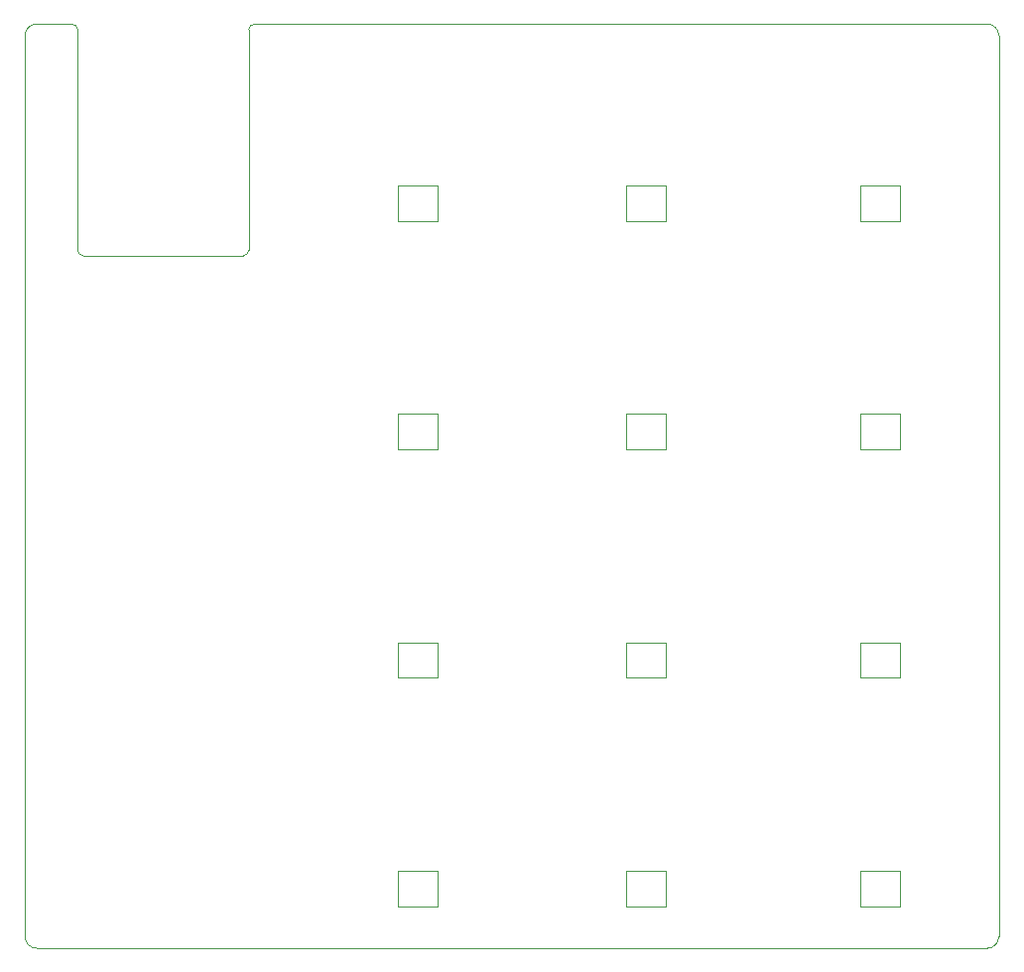
<source format=gbr>
%TF.GenerationSoftware,KiCad,Pcbnew,7.0.1-0*%
%TF.CreationDate,2023-12-29T19:29:48+00:00*%
%TF.ProjectId,3x4-macropad,3378342d-6d61-4637-926f-7061642e6b69,rev?*%
%TF.SameCoordinates,Original*%
%TF.FileFunction,Profile,NP*%
%FSLAX46Y46*%
G04 Gerber Fmt 4.6, Leading zero omitted, Abs format (unit mm)*
G04 Created by KiCad (PCBNEW 7.0.1-0) date 2023-12-29 19:29:48*
%MOMM*%
%LPD*%
G01*
G04 APERTURE LIST*
%TA.AperFunction,Profile*%
%ADD10C,0.100000*%
%TD*%
%TA.AperFunction,Profile*%
%ADD11C,0.050000*%
%TD*%
G04 APERTURE END LIST*
D10*
X132000000Y-31700000D02*
G75*
G03*
X131500000Y-31200000I-500000J0D01*
G01*
X209600000Y-110100000D02*
G75*
G03*
X210600000Y-109100000I0J1000000D01*
G01*
X127500000Y-109100000D02*
G75*
G03*
X128500000Y-110100000I1000000J0D01*
G01*
X132000000Y-50500000D02*
G75*
G03*
X132500000Y-51000000I500000J0D01*
G01*
X210600000Y-109100000D02*
X210600000Y-32200000D01*
X146100000Y-51000000D02*
G75*
G03*
X146600000Y-50500000I0J500000D01*
G01*
X209600000Y-110100000D02*
X128500000Y-110100000D01*
X127500000Y-32200000D02*
X127500000Y-109100000D01*
X128500000Y-31200000D02*
X131500000Y-31200000D01*
X146600000Y-46800000D02*
X146600000Y-50500000D01*
X132000000Y-31700000D02*
X132000000Y-46800000D01*
X209600000Y-31200000D02*
X147100000Y-31200000D01*
X128500000Y-31200000D02*
G75*
G03*
X127500000Y-32200000I0J-1000000D01*
G01*
X132000000Y-46800000D02*
X132000000Y-50500000D01*
X147100000Y-31200000D02*
G75*
G03*
X146600000Y-31700000I0J-500000D01*
G01*
X210600000Y-32200000D02*
G75*
G03*
X209600000Y-31200000I-1000000J0D01*
G01*
X146600000Y-46800000D02*
X146600000Y-31700000D01*
X132500000Y-51000000D02*
X146100000Y-51000000D01*
D11*
%TO.C,LED11*%
X182200000Y-45000000D02*
X182200000Y-48000000D01*
X178800000Y-48000000D02*
X182200000Y-48000000D01*
X178800000Y-48000000D02*
X178800000Y-45000000D01*
X178800000Y-45000000D02*
X182200000Y-45000000D01*
%TO.C,LED3*%
X202200000Y-103500000D02*
X202200000Y-106500000D01*
X198800000Y-106500000D02*
X202200000Y-106500000D01*
X198800000Y-106500000D02*
X198800000Y-103500000D01*
X198800000Y-103500000D02*
X202200000Y-103500000D01*
%TO.C,LED8*%
X182200000Y-64500000D02*
X182200000Y-67500000D01*
X178800000Y-67500000D02*
X182200000Y-67500000D01*
X178800000Y-67500000D02*
X178800000Y-64500000D01*
X178800000Y-64500000D02*
X182200000Y-64500000D01*
%TO.C,LED10*%
X202200000Y-45000000D02*
X202200000Y-48000000D01*
X198800000Y-48000000D02*
X202200000Y-48000000D01*
X198800000Y-48000000D02*
X198800000Y-45000000D01*
X198800000Y-45000000D02*
X202200000Y-45000000D01*
%TO.C,LED9*%
X202200000Y-64500000D02*
X202200000Y-67500000D01*
X198800000Y-67500000D02*
X202200000Y-67500000D01*
X198800000Y-67500000D02*
X198800000Y-64500000D01*
X198800000Y-64500000D02*
X202200000Y-64500000D01*
%TO.C,LED12*%
X162700000Y-45000000D02*
X162700000Y-48000000D01*
X159300000Y-48000000D02*
X162700000Y-48000000D01*
X159300000Y-48000000D02*
X159300000Y-45000000D01*
X159300000Y-45000000D02*
X162700000Y-45000000D01*
%TO.C,LED4*%
X202200000Y-84000000D02*
X202200000Y-87000000D01*
X198800000Y-87000000D02*
X202200000Y-87000000D01*
X198800000Y-87000000D02*
X198800000Y-84000000D01*
X198800000Y-84000000D02*
X202200000Y-84000000D01*
%TO.C,LED6*%
X162700000Y-84000000D02*
X162700000Y-87000000D01*
X159300000Y-87000000D02*
X162700000Y-87000000D01*
X159300000Y-87000000D02*
X159300000Y-84000000D01*
X159300000Y-84000000D02*
X162700000Y-84000000D01*
%TO.C,LED2*%
X182200000Y-103500000D02*
X182200000Y-106500000D01*
X178800000Y-106500000D02*
X182200000Y-106500000D01*
X178800000Y-106500000D02*
X178800000Y-103500000D01*
X178800000Y-103500000D02*
X182200000Y-103500000D01*
%TO.C,LED1*%
X162700000Y-103500000D02*
X162700000Y-106500000D01*
X159300000Y-106500000D02*
X162700000Y-106500000D01*
X159300000Y-106500000D02*
X159300000Y-103500000D01*
X159300000Y-103500000D02*
X162700000Y-103500000D01*
%TO.C,LED5*%
X182200000Y-84000000D02*
X182200000Y-87000000D01*
X178800000Y-87000000D02*
X182200000Y-87000000D01*
X178800000Y-87000000D02*
X178800000Y-84000000D01*
X178800000Y-84000000D02*
X182200000Y-84000000D01*
%TO.C,LED7*%
X162700000Y-64500000D02*
X162700000Y-67500000D01*
X159300000Y-67500000D02*
X162700000Y-67500000D01*
X159300000Y-67500000D02*
X159300000Y-64500000D01*
X159300000Y-64500000D02*
X162700000Y-64500000D01*
%TD*%
M02*

</source>
